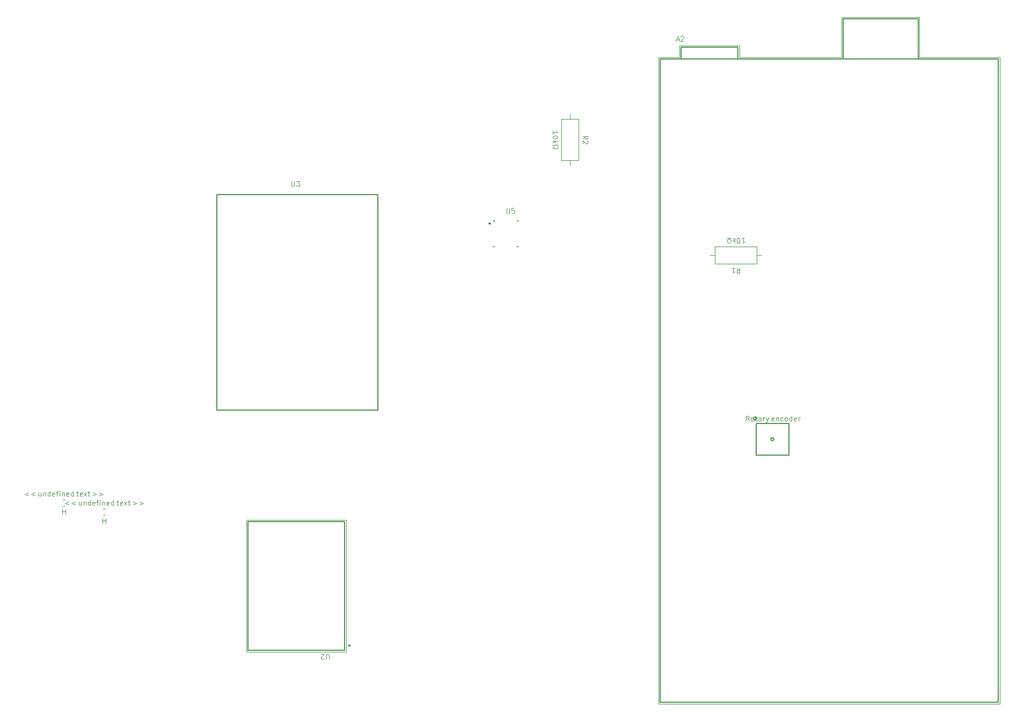
<source format=gbr>
%TF.GenerationSoftware,Flux,Pcbnew,7.0.11-7.0.11~ubuntu20.04.1*%
%TF.CreationDate,2024-05-09T22:56:52+00:00*%
%TF.ProjectId,input,696e7075-742e-46b6-9963-61645f706362,rev?*%
%TF.SameCoordinates,Original*%
%TF.FileFunction,Legend,Top*%
%TF.FilePolarity,Positive*%
%FSLAX46Y46*%
G04 Gerber Fmt 4.6, Leading zero omitted, Abs format (unit mm)*
G04 Filename: desalinator*
G04 Build it with Flux! Visit our site at: https://www.flux.ai (PCBNEW 7.0.11-7.0.11~ubuntu20.04.1) date 2024-05-09 22:56:52*
%MOMM*%
%LPD*%
G01*
G04 APERTURE LIST*
%ADD10C,0.095000*%
%ADD11C,0.152400*%
%ADD12C,0.120000*%
%ADD13C,0.200000*%
%ADD14C,0.127000*%
%ADD15C,0.050000*%
%ADD16C,0.300000*%
G04 APERTURE END LIST*
D10*
X6462649Y37685231D02*
X6462649Y38142374D01*
X6462649Y37913802D02*
X7262649Y37913802D01*
X7262649Y37913802D02*
X7148364Y37989993D01*
X7148364Y37989993D02*
X7072173Y38066183D01*
X7072173Y38066183D02*
X7034078Y38142374D01*
X7262649Y37189992D02*
X7262649Y37113802D01*
X7262649Y37113802D02*
X7224554Y37037611D01*
X7224554Y37037611D02*
X7186459Y36999516D01*
X7186459Y36999516D02*
X7110268Y36961421D01*
X7110268Y36961421D02*
X6957887Y36923326D01*
X6957887Y36923326D02*
X6767411Y36923326D01*
X6767411Y36923326D02*
X6615030Y36961421D01*
X6615030Y36961421D02*
X6538840Y36999516D01*
X6538840Y36999516D02*
X6500745Y37037611D01*
X6500745Y37037611D02*
X6462649Y37113802D01*
X6462649Y37113802D02*
X6462649Y37189992D01*
X6462649Y37189992D02*
X6500745Y37266183D01*
X6500745Y37266183D02*
X6538840Y37304278D01*
X6538840Y37304278D02*
X6615030Y37342373D01*
X6615030Y37342373D02*
X6767411Y37380469D01*
X6767411Y37380469D02*
X6957887Y37380469D01*
X6957887Y37380469D02*
X7110268Y37342373D01*
X7110268Y37342373D02*
X7186459Y37304278D01*
X7186459Y37304278D02*
X7224554Y37266183D01*
X7224554Y37266183D02*
X7262649Y37189992D01*
X6462649Y36580468D02*
X7262649Y36580468D01*
X6767411Y36504278D02*
X6462649Y36275706D01*
X6995983Y36275706D02*
X6691221Y36580468D01*
X6462649Y35970945D02*
X6462649Y35780468D01*
X6462649Y35780468D02*
X6615030Y35780468D01*
X6615030Y35780468D02*
X6653125Y35856659D01*
X6653125Y35856659D02*
X6729316Y35932849D01*
X6729316Y35932849D02*
X6843602Y35970945D01*
X6843602Y35970945D02*
X7034078Y35970945D01*
X7034078Y35970945D02*
X7148364Y35932849D01*
X7148364Y35932849D02*
X7224554Y35856659D01*
X7224554Y35856659D02*
X7262649Y35742373D01*
X7262649Y35742373D02*
X7262649Y35589992D01*
X7262649Y35589992D02*
X7224554Y35475706D01*
X7224554Y35475706D02*
X7148364Y35399516D01*
X7148364Y35399516D02*
X7034078Y35361421D01*
X7034078Y35361421D02*
X6843602Y35361421D01*
X6843602Y35361421D02*
X6729316Y35399516D01*
X6729316Y35399516D02*
X6653125Y35475706D01*
X6653125Y35475706D02*
X6615030Y35551897D01*
X6615030Y35551897D02*
X6462649Y35551897D01*
X6462649Y35551897D02*
X6462649Y35361421D01*
X11202649Y36885234D02*
X11583602Y37151901D01*
X11202649Y37342377D02*
X12002649Y37342377D01*
X12002649Y37342377D02*
X12002649Y37037615D01*
X12002649Y37037615D02*
X11964554Y36961425D01*
X11964554Y36961425D02*
X11926459Y36923330D01*
X11926459Y36923330D02*
X11850268Y36885234D01*
X11850268Y36885234D02*
X11735983Y36885234D01*
X11735983Y36885234D02*
X11659792Y36923330D01*
X11659792Y36923330D02*
X11621697Y36961425D01*
X11621697Y36961425D02*
X11583602Y37037615D01*
X11583602Y37037615D02*
X11583602Y37342377D01*
X11926459Y36580473D02*
X11964554Y36542377D01*
X11964554Y36542377D02*
X12002649Y36466187D01*
X12002649Y36466187D02*
X12002649Y36275711D01*
X12002649Y36275711D02*
X11964554Y36199520D01*
X11964554Y36199520D02*
X11926459Y36161425D01*
X11926459Y36161425D02*
X11850268Y36123330D01*
X11850268Y36123330D02*
X11774078Y36123330D01*
X11774078Y36123330D02*
X11659792Y36161425D01*
X11659792Y36161425D02*
X11202649Y36618568D01*
X11202649Y36618568D02*
X11202649Y36123330D01*
X-64536170Y-23824955D02*
X-64536170Y-23024955D01*
X-64536170Y-23405907D02*
X-64079027Y-23405907D01*
X-64079027Y-23824955D02*
X-64079027Y-23024955D01*
X-69869504Y-20431621D02*
X-70479027Y-20660193D01*
X-70479027Y-20660193D02*
X-69869504Y-20888764D01*
X-68879028Y-20431621D02*
X-69488551Y-20660193D01*
X-69488551Y-20660193D02*
X-68879028Y-20888764D01*
X-67926647Y-20431621D02*
X-67926647Y-20964955D01*
X-68269504Y-20431621D02*
X-68269504Y-20850669D01*
X-68269504Y-20850669D02*
X-68231409Y-20926860D01*
X-68231409Y-20926860D02*
X-68155219Y-20964955D01*
X-68155219Y-20964955D02*
X-68040933Y-20964955D01*
X-68040933Y-20964955D02*
X-67964742Y-20926860D01*
X-67964742Y-20926860D02*
X-67926647Y-20888764D01*
X-67545694Y-20431621D02*
X-67545694Y-20964955D01*
X-67545694Y-20507812D02*
X-67507599Y-20469717D01*
X-67507599Y-20469717D02*
X-67431409Y-20431621D01*
X-67431409Y-20431621D02*
X-67317123Y-20431621D01*
X-67317123Y-20431621D02*
X-67240932Y-20469717D01*
X-67240932Y-20469717D02*
X-67202837Y-20545907D01*
X-67202837Y-20545907D02*
X-67202837Y-20964955D01*
X-66479027Y-20964955D02*
X-66479027Y-20164955D01*
X-66479027Y-20926860D02*
X-66555218Y-20964955D01*
X-66555218Y-20964955D02*
X-66707599Y-20964955D01*
X-66707599Y-20964955D02*
X-66783789Y-20926860D01*
X-66783789Y-20926860D02*
X-66821884Y-20888764D01*
X-66821884Y-20888764D02*
X-66859980Y-20812574D01*
X-66859980Y-20812574D02*
X-66859980Y-20584002D01*
X-66859980Y-20584002D02*
X-66821884Y-20507812D01*
X-66821884Y-20507812D02*
X-66783789Y-20469717D01*
X-66783789Y-20469717D02*
X-66707599Y-20431621D01*
X-66707599Y-20431621D02*
X-66555218Y-20431621D01*
X-66555218Y-20431621D02*
X-66479027Y-20469717D01*
X-65793312Y-20926860D02*
X-65869503Y-20964955D01*
X-65869503Y-20964955D02*
X-66021884Y-20964955D01*
X-66021884Y-20964955D02*
X-66098074Y-20926860D01*
X-66098074Y-20926860D02*
X-66136170Y-20850669D01*
X-66136170Y-20850669D02*
X-66136170Y-20545907D01*
X-66136170Y-20545907D02*
X-66098074Y-20469717D01*
X-66098074Y-20469717D02*
X-66021884Y-20431621D01*
X-66021884Y-20431621D02*
X-65869503Y-20431621D01*
X-65869503Y-20431621D02*
X-65793312Y-20469717D01*
X-65793312Y-20469717D02*
X-65755217Y-20545907D01*
X-65755217Y-20545907D02*
X-65755217Y-20622098D01*
X-65755217Y-20622098D02*
X-66136170Y-20698288D01*
X-65526646Y-20431621D02*
X-65221884Y-20431621D01*
X-65412360Y-20964955D02*
X-65412360Y-20279240D01*
X-65412360Y-20279240D02*
X-65374265Y-20203050D01*
X-65374265Y-20203050D02*
X-65298075Y-20164955D01*
X-65298075Y-20164955D02*
X-65221884Y-20164955D01*
X-64955217Y-20964955D02*
X-64955217Y-20431621D01*
X-64955217Y-20164955D02*
X-64993313Y-20203050D01*
X-64993313Y-20203050D02*
X-64955217Y-20241145D01*
X-64955217Y-20241145D02*
X-64917122Y-20203050D01*
X-64917122Y-20203050D02*
X-64955217Y-20164955D01*
X-64955217Y-20164955D02*
X-64955217Y-20241145D01*
X-64574265Y-20431621D02*
X-64574265Y-20964955D01*
X-64574265Y-20507812D02*
X-64536170Y-20469717D01*
X-64536170Y-20469717D02*
X-64459980Y-20431621D01*
X-64459980Y-20431621D02*
X-64345694Y-20431621D01*
X-64345694Y-20431621D02*
X-64269503Y-20469717D01*
X-64269503Y-20469717D02*
X-64231408Y-20545907D01*
X-64231408Y-20545907D02*
X-64231408Y-20964955D01*
X-63545693Y-20926860D02*
X-63621884Y-20964955D01*
X-63621884Y-20964955D02*
X-63774265Y-20964955D01*
X-63774265Y-20964955D02*
X-63850455Y-20926860D01*
X-63850455Y-20926860D02*
X-63888551Y-20850669D01*
X-63888551Y-20850669D02*
X-63888551Y-20545907D01*
X-63888551Y-20545907D02*
X-63850455Y-20469717D01*
X-63850455Y-20469717D02*
X-63774265Y-20431621D01*
X-63774265Y-20431621D02*
X-63621884Y-20431621D01*
X-63621884Y-20431621D02*
X-63545693Y-20469717D01*
X-63545693Y-20469717D02*
X-63507598Y-20545907D01*
X-63507598Y-20545907D02*
X-63507598Y-20622098D01*
X-63507598Y-20622098D02*
X-63888551Y-20698288D01*
X-62821884Y-20964955D02*
X-62821884Y-20164955D01*
X-62821884Y-20926860D02*
X-62898075Y-20964955D01*
X-62898075Y-20964955D02*
X-63050456Y-20964955D01*
X-63050456Y-20964955D02*
X-63126646Y-20926860D01*
X-63126646Y-20926860D02*
X-63164741Y-20888764D01*
X-63164741Y-20888764D02*
X-63202837Y-20812574D01*
X-63202837Y-20812574D02*
X-63202837Y-20584002D01*
X-63202837Y-20584002D02*
X-63164741Y-20507812D01*
X-63164741Y-20507812D02*
X-63126646Y-20469717D01*
X-63126646Y-20469717D02*
X-63050456Y-20431621D01*
X-63050456Y-20431621D02*
X-62898075Y-20431621D01*
X-62898075Y-20431621D02*
X-62821884Y-20469717D01*
X-62326646Y-20431621D02*
X-62021884Y-20431621D01*
X-62212360Y-20164955D02*
X-62212360Y-20850669D01*
X-62212360Y-20850669D02*
X-62174265Y-20926860D01*
X-62174265Y-20926860D02*
X-62098075Y-20964955D01*
X-62098075Y-20964955D02*
X-62021884Y-20964955D01*
X-61450455Y-20926860D02*
X-61526646Y-20964955D01*
X-61526646Y-20964955D02*
X-61679027Y-20964955D01*
X-61679027Y-20964955D02*
X-61755217Y-20926860D01*
X-61755217Y-20926860D02*
X-61793313Y-20850669D01*
X-61793313Y-20850669D02*
X-61793313Y-20545907D01*
X-61793313Y-20545907D02*
X-61755217Y-20469717D01*
X-61755217Y-20469717D02*
X-61679027Y-20431621D01*
X-61679027Y-20431621D02*
X-61526646Y-20431621D01*
X-61526646Y-20431621D02*
X-61450455Y-20469717D01*
X-61450455Y-20469717D02*
X-61412360Y-20545907D01*
X-61412360Y-20545907D02*
X-61412360Y-20622098D01*
X-61412360Y-20622098D02*
X-61793313Y-20698288D01*
X-61145694Y-20964955D02*
X-60726646Y-20431621D01*
X-61145694Y-20431621D02*
X-60726646Y-20964955D01*
X-60536170Y-20431621D02*
X-60231408Y-20431621D01*
X-60421884Y-20164955D02*
X-60421884Y-20850669D01*
X-60421884Y-20850669D02*
X-60383789Y-20926860D01*
X-60383789Y-20926860D02*
X-60307599Y-20964955D01*
X-60307599Y-20964955D02*
X-60231408Y-20964955D01*
X-59736170Y-20431621D02*
X-59126647Y-20660193D01*
X-59126647Y-20660193D02*
X-59736170Y-20888764D01*
X-58745694Y-20431621D02*
X-58136171Y-20660193D01*
X-58136171Y-20660193D02*
X-58745694Y-20888764D01*
X-70886070Y-22374355D02*
X-70886070Y-21574355D01*
X-70886070Y-21955307D02*
X-70428927Y-21955307D01*
X-70428927Y-22374355D02*
X-70428927Y-21574355D01*
X-76219404Y-18981021D02*
X-76828927Y-19209593D01*
X-76828927Y-19209593D02*
X-76219404Y-19438164D01*
X-75228928Y-18981021D02*
X-75838451Y-19209593D01*
X-75838451Y-19209593D02*
X-75228928Y-19438164D01*
X-74276547Y-18981021D02*
X-74276547Y-19514355D01*
X-74619404Y-18981021D02*
X-74619404Y-19400069D01*
X-74619404Y-19400069D02*
X-74581309Y-19476260D01*
X-74581309Y-19476260D02*
X-74505119Y-19514355D01*
X-74505119Y-19514355D02*
X-74390833Y-19514355D01*
X-74390833Y-19514355D02*
X-74314642Y-19476260D01*
X-74314642Y-19476260D02*
X-74276547Y-19438164D01*
X-73895594Y-18981021D02*
X-73895594Y-19514355D01*
X-73895594Y-19057212D02*
X-73857499Y-19019117D01*
X-73857499Y-19019117D02*
X-73781309Y-18981021D01*
X-73781309Y-18981021D02*
X-73667023Y-18981021D01*
X-73667023Y-18981021D02*
X-73590832Y-19019117D01*
X-73590832Y-19019117D02*
X-73552737Y-19095307D01*
X-73552737Y-19095307D02*
X-73552737Y-19514355D01*
X-72828927Y-19514355D02*
X-72828927Y-18714355D01*
X-72828927Y-19476260D02*
X-72905118Y-19514355D01*
X-72905118Y-19514355D02*
X-73057499Y-19514355D01*
X-73057499Y-19514355D02*
X-73133689Y-19476260D01*
X-73133689Y-19476260D02*
X-73171784Y-19438164D01*
X-73171784Y-19438164D02*
X-73209880Y-19361974D01*
X-73209880Y-19361974D02*
X-73209880Y-19133402D01*
X-73209880Y-19133402D02*
X-73171784Y-19057212D01*
X-73171784Y-19057212D02*
X-73133689Y-19019117D01*
X-73133689Y-19019117D02*
X-73057499Y-18981021D01*
X-73057499Y-18981021D02*
X-72905118Y-18981021D01*
X-72905118Y-18981021D02*
X-72828927Y-19019117D01*
X-72143212Y-19476260D02*
X-72219403Y-19514355D01*
X-72219403Y-19514355D02*
X-72371784Y-19514355D01*
X-72371784Y-19514355D02*
X-72447974Y-19476260D01*
X-72447974Y-19476260D02*
X-72486070Y-19400069D01*
X-72486070Y-19400069D02*
X-72486070Y-19095307D01*
X-72486070Y-19095307D02*
X-72447974Y-19019117D01*
X-72447974Y-19019117D02*
X-72371784Y-18981021D01*
X-72371784Y-18981021D02*
X-72219403Y-18981021D01*
X-72219403Y-18981021D02*
X-72143212Y-19019117D01*
X-72143212Y-19019117D02*
X-72105117Y-19095307D01*
X-72105117Y-19095307D02*
X-72105117Y-19171498D01*
X-72105117Y-19171498D02*
X-72486070Y-19247688D01*
X-71876546Y-18981021D02*
X-71571784Y-18981021D01*
X-71762260Y-19514355D02*
X-71762260Y-18828640D01*
X-71762260Y-18828640D02*
X-71724165Y-18752450D01*
X-71724165Y-18752450D02*
X-71647975Y-18714355D01*
X-71647975Y-18714355D02*
X-71571784Y-18714355D01*
X-71305117Y-19514355D02*
X-71305117Y-18981021D01*
X-71305117Y-18714355D02*
X-71343213Y-18752450D01*
X-71343213Y-18752450D02*
X-71305117Y-18790545D01*
X-71305117Y-18790545D02*
X-71267022Y-18752450D01*
X-71267022Y-18752450D02*
X-71305117Y-18714355D01*
X-71305117Y-18714355D02*
X-71305117Y-18790545D01*
X-70924165Y-18981021D02*
X-70924165Y-19514355D01*
X-70924165Y-19057212D02*
X-70886070Y-19019117D01*
X-70886070Y-19019117D02*
X-70809880Y-18981021D01*
X-70809880Y-18981021D02*
X-70695594Y-18981021D01*
X-70695594Y-18981021D02*
X-70619403Y-19019117D01*
X-70619403Y-19019117D02*
X-70581308Y-19095307D01*
X-70581308Y-19095307D02*
X-70581308Y-19514355D01*
X-69895593Y-19476260D02*
X-69971784Y-19514355D01*
X-69971784Y-19514355D02*
X-70124165Y-19514355D01*
X-70124165Y-19514355D02*
X-70200355Y-19476260D01*
X-70200355Y-19476260D02*
X-70238451Y-19400069D01*
X-70238451Y-19400069D02*
X-70238451Y-19095307D01*
X-70238451Y-19095307D02*
X-70200355Y-19019117D01*
X-70200355Y-19019117D02*
X-70124165Y-18981021D01*
X-70124165Y-18981021D02*
X-69971784Y-18981021D01*
X-69971784Y-18981021D02*
X-69895593Y-19019117D01*
X-69895593Y-19019117D02*
X-69857498Y-19095307D01*
X-69857498Y-19095307D02*
X-69857498Y-19171498D01*
X-69857498Y-19171498D02*
X-70238451Y-19247688D01*
X-69171784Y-19514355D02*
X-69171784Y-18714355D01*
X-69171784Y-19476260D02*
X-69247975Y-19514355D01*
X-69247975Y-19514355D02*
X-69400356Y-19514355D01*
X-69400356Y-19514355D02*
X-69476546Y-19476260D01*
X-69476546Y-19476260D02*
X-69514641Y-19438164D01*
X-69514641Y-19438164D02*
X-69552737Y-19361974D01*
X-69552737Y-19361974D02*
X-69552737Y-19133402D01*
X-69552737Y-19133402D02*
X-69514641Y-19057212D01*
X-69514641Y-19057212D02*
X-69476546Y-19019117D01*
X-69476546Y-19019117D02*
X-69400356Y-18981021D01*
X-69400356Y-18981021D02*
X-69247975Y-18981021D01*
X-69247975Y-18981021D02*
X-69171784Y-19019117D01*
X-68676546Y-18981021D02*
X-68371784Y-18981021D01*
X-68562260Y-18714355D02*
X-68562260Y-19400069D01*
X-68562260Y-19400069D02*
X-68524165Y-19476260D01*
X-68524165Y-19476260D02*
X-68447975Y-19514355D01*
X-68447975Y-19514355D02*
X-68371784Y-19514355D01*
X-67800355Y-19476260D02*
X-67876546Y-19514355D01*
X-67876546Y-19514355D02*
X-68028927Y-19514355D01*
X-68028927Y-19514355D02*
X-68105117Y-19476260D01*
X-68105117Y-19476260D02*
X-68143213Y-19400069D01*
X-68143213Y-19400069D02*
X-68143213Y-19095307D01*
X-68143213Y-19095307D02*
X-68105117Y-19019117D01*
X-68105117Y-19019117D02*
X-68028927Y-18981021D01*
X-68028927Y-18981021D02*
X-67876546Y-18981021D01*
X-67876546Y-18981021D02*
X-67800355Y-19019117D01*
X-67800355Y-19019117D02*
X-67762260Y-19095307D01*
X-67762260Y-19095307D02*
X-67762260Y-19171498D01*
X-67762260Y-19171498D02*
X-68143213Y-19247688D01*
X-67495594Y-19514355D02*
X-67076546Y-18981021D01*
X-67495594Y-18981021D02*
X-67076546Y-19514355D01*
X-66886070Y-18981021D02*
X-66581308Y-18981021D01*
X-66771784Y-18714355D02*
X-66771784Y-19400069D01*
X-66771784Y-19400069D02*
X-66733689Y-19476260D01*
X-66733689Y-19476260D02*
X-66657499Y-19514355D01*
X-66657499Y-19514355D02*
X-66581308Y-19514355D01*
X-66086070Y-18981021D02*
X-65476547Y-19209593D01*
X-65476547Y-19209593D02*
X-66086070Y-19438164D01*
X-65095594Y-18981021D02*
X-64486071Y-19209593D01*
X-64486071Y-19209593D02*
X-65095594Y-19438164D01*
X-34756723Y30216244D02*
X-34756723Y29568625D01*
X-34756723Y29568625D02*
X-34718628Y29492435D01*
X-34718628Y29492435D02*
X-34680533Y29454340D01*
X-34680533Y29454340D02*
X-34604342Y29416244D01*
X-34604342Y29416244D02*
X-34451961Y29416244D01*
X-34451961Y29416244D02*
X-34375771Y29454340D01*
X-34375771Y29454340D02*
X-34337676Y29492435D01*
X-34337676Y29492435D02*
X-34299580Y29568625D01*
X-34299580Y29568625D02*
X-34299580Y30216244D01*
X-33994819Y30216244D02*
X-33499581Y30216244D01*
X-33499581Y30216244D02*
X-33766247Y29911482D01*
X-33766247Y29911482D02*
X-33651962Y29911482D01*
X-33651962Y29911482D02*
X-33575771Y29873387D01*
X-33575771Y29873387D02*
X-33537676Y29835292D01*
X-33537676Y29835292D02*
X-33499581Y29759101D01*
X-33499581Y29759101D02*
X-33499581Y29568625D01*
X-33499581Y29568625D02*
X-33537676Y29492435D01*
X-33537676Y29492435D02*
X-33575771Y29454340D01*
X-33575771Y29454340D02*
X-33651962Y29416244D01*
X-33651962Y29416244D02*
X-33880533Y29416244D01*
X-33880533Y29416244D02*
X-33956724Y29454340D01*
X-33956724Y29454340D02*
X-33994819Y29492435D01*
X37445066Y-7638355D02*
X37178399Y-7257402D01*
X36987923Y-7638355D02*
X36987923Y-6838355D01*
X36987923Y-6838355D02*
X37292685Y-6838355D01*
X37292685Y-6838355D02*
X37368875Y-6876450D01*
X37368875Y-6876450D02*
X37406970Y-6914545D01*
X37406970Y-6914545D02*
X37445066Y-6990736D01*
X37445066Y-6990736D02*
X37445066Y-7105021D01*
X37445066Y-7105021D02*
X37406970Y-7181212D01*
X37406970Y-7181212D02*
X37368875Y-7219307D01*
X37368875Y-7219307D02*
X37292685Y-7257402D01*
X37292685Y-7257402D02*
X36987923Y-7257402D01*
X37902208Y-7638355D02*
X37826018Y-7600260D01*
X37826018Y-7600260D02*
X37787923Y-7562164D01*
X37787923Y-7562164D02*
X37749827Y-7485974D01*
X37749827Y-7485974D02*
X37749827Y-7257402D01*
X37749827Y-7257402D02*
X37787923Y-7181212D01*
X37787923Y-7181212D02*
X37826018Y-7143117D01*
X37826018Y-7143117D02*
X37902208Y-7105021D01*
X37902208Y-7105021D02*
X38016494Y-7105021D01*
X38016494Y-7105021D02*
X38092685Y-7143117D01*
X38092685Y-7143117D02*
X38130780Y-7181212D01*
X38130780Y-7181212D02*
X38168875Y-7257402D01*
X38168875Y-7257402D02*
X38168875Y-7485974D01*
X38168875Y-7485974D02*
X38130780Y-7562164D01*
X38130780Y-7562164D02*
X38092685Y-7600260D01*
X38092685Y-7600260D02*
X38016494Y-7638355D01*
X38016494Y-7638355D02*
X37902208Y-7638355D01*
X38397447Y-7105021D02*
X38702209Y-7105021D01*
X38511733Y-6838355D02*
X38511733Y-7524069D01*
X38511733Y-7524069D02*
X38549828Y-7600260D01*
X38549828Y-7600260D02*
X38626018Y-7638355D01*
X38626018Y-7638355D02*
X38702209Y-7638355D01*
X39311733Y-7638355D02*
X39311733Y-7219307D01*
X39311733Y-7219307D02*
X39273638Y-7143117D01*
X39273638Y-7143117D02*
X39197447Y-7105021D01*
X39197447Y-7105021D02*
X39045066Y-7105021D01*
X39045066Y-7105021D02*
X38968876Y-7143117D01*
X39311733Y-7600260D02*
X39235542Y-7638355D01*
X39235542Y-7638355D02*
X39045066Y-7638355D01*
X39045066Y-7638355D02*
X38968876Y-7600260D01*
X38968876Y-7600260D02*
X38930780Y-7524069D01*
X38930780Y-7524069D02*
X38930780Y-7447879D01*
X38930780Y-7447879D02*
X38968876Y-7371688D01*
X38968876Y-7371688D02*
X39045066Y-7333593D01*
X39045066Y-7333593D02*
X39235542Y-7333593D01*
X39235542Y-7333593D02*
X39311733Y-7295498D01*
X39692686Y-7638355D02*
X39692686Y-7105021D01*
X39692686Y-7257402D02*
X39730781Y-7181212D01*
X39730781Y-7181212D02*
X39768876Y-7143117D01*
X39768876Y-7143117D02*
X39845067Y-7105021D01*
X39845067Y-7105021D02*
X39921257Y-7105021D01*
X40111733Y-7105021D02*
X40302209Y-7638355D01*
X40492686Y-7105021D02*
X40302209Y-7638355D01*
X40302209Y-7638355D02*
X40226019Y-7828831D01*
X40226019Y-7828831D02*
X40187924Y-7866926D01*
X40187924Y-7866926D02*
X40111733Y-7905021D01*
X41330781Y-7600260D02*
X41254590Y-7638355D01*
X41254590Y-7638355D02*
X41102209Y-7638355D01*
X41102209Y-7638355D02*
X41026019Y-7600260D01*
X41026019Y-7600260D02*
X40987923Y-7524069D01*
X40987923Y-7524069D02*
X40987923Y-7219307D01*
X40987923Y-7219307D02*
X41026019Y-7143117D01*
X41026019Y-7143117D02*
X41102209Y-7105021D01*
X41102209Y-7105021D02*
X41254590Y-7105021D01*
X41254590Y-7105021D02*
X41330781Y-7143117D01*
X41330781Y-7143117D02*
X41368876Y-7219307D01*
X41368876Y-7219307D02*
X41368876Y-7295498D01*
X41368876Y-7295498D02*
X40987923Y-7371688D01*
X41711733Y-7105021D02*
X41711733Y-7638355D01*
X41711733Y-7181212D02*
X41749828Y-7143117D01*
X41749828Y-7143117D02*
X41826018Y-7105021D01*
X41826018Y-7105021D02*
X41940304Y-7105021D01*
X41940304Y-7105021D02*
X42016495Y-7143117D01*
X42016495Y-7143117D02*
X42054590Y-7219307D01*
X42054590Y-7219307D02*
X42054590Y-7638355D01*
X42778400Y-7600260D02*
X42702209Y-7638355D01*
X42702209Y-7638355D02*
X42549828Y-7638355D01*
X42549828Y-7638355D02*
X42473638Y-7600260D01*
X42473638Y-7600260D02*
X42435543Y-7562164D01*
X42435543Y-7562164D02*
X42397447Y-7485974D01*
X42397447Y-7485974D02*
X42397447Y-7257402D01*
X42397447Y-7257402D02*
X42435543Y-7181212D01*
X42435543Y-7181212D02*
X42473638Y-7143117D01*
X42473638Y-7143117D02*
X42549828Y-7105021D01*
X42549828Y-7105021D02*
X42702209Y-7105021D01*
X42702209Y-7105021D02*
X42778400Y-7143117D01*
X43235542Y-7638355D02*
X43159352Y-7600260D01*
X43159352Y-7600260D02*
X43121257Y-7562164D01*
X43121257Y-7562164D02*
X43083161Y-7485974D01*
X43083161Y-7485974D02*
X43083161Y-7257402D01*
X43083161Y-7257402D02*
X43121257Y-7181212D01*
X43121257Y-7181212D02*
X43159352Y-7143117D01*
X43159352Y-7143117D02*
X43235542Y-7105021D01*
X43235542Y-7105021D02*
X43349828Y-7105021D01*
X43349828Y-7105021D02*
X43426019Y-7143117D01*
X43426019Y-7143117D02*
X43464114Y-7181212D01*
X43464114Y-7181212D02*
X43502209Y-7257402D01*
X43502209Y-7257402D02*
X43502209Y-7485974D01*
X43502209Y-7485974D02*
X43464114Y-7562164D01*
X43464114Y-7562164D02*
X43426019Y-7600260D01*
X43426019Y-7600260D02*
X43349828Y-7638355D01*
X43349828Y-7638355D02*
X43235542Y-7638355D01*
X44187924Y-7638355D02*
X44187924Y-6838355D01*
X44187924Y-7600260D02*
X44111733Y-7638355D01*
X44111733Y-7638355D02*
X43959352Y-7638355D01*
X43959352Y-7638355D02*
X43883162Y-7600260D01*
X43883162Y-7600260D02*
X43845067Y-7562164D01*
X43845067Y-7562164D02*
X43806971Y-7485974D01*
X43806971Y-7485974D02*
X43806971Y-7257402D01*
X43806971Y-7257402D02*
X43845067Y-7181212D01*
X43845067Y-7181212D02*
X43883162Y-7143117D01*
X43883162Y-7143117D02*
X43959352Y-7105021D01*
X43959352Y-7105021D02*
X44111733Y-7105021D01*
X44111733Y-7105021D02*
X44187924Y-7143117D01*
X44873639Y-7600260D02*
X44797448Y-7638355D01*
X44797448Y-7638355D02*
X44645067Y-7638355D01*
X44645067Y-7638355D02*
X44568877Y-7600260D01*
X44568877Y-7600260D02*
X44530781Y-7524069D01*
X44530781Y-7524069D02*
X44530781Y-7219307D01*
X44530781Y-7219307D02*
X44568877Y-7143117D01*
X44568877Y-7143117D02*
X44645067Y-7105021D01*
X44645067Y-7105021D02*
X44797448Y-7105021D01*
X44797448Y-7105021D02*
X44873639Y-7143117D01*
X44873639Y-7143117D02*
X44911734Y-7219307D01*
X44911734Y-7219307D02*
X44911734Y-7295498D01*
X44911734Y-7295498D02*
X44530781Y-7371688D01*
X45254591Y-7638355D02*
X45254591Y-7105021D01*
X45254591Y-7257402D02*
X45292686Y-7181212D01*
X45292686Y-7181212D02*
X45330781Y-7143117D01*
X45330781Y-7143117D02*
X45406972Y-7105021D01*
X45406972Y-7105021D02*
X45483162Y-7105021D01*
X-28820506Y-45256456D02*
X-28820506Y-44608837D01*
X-28820506Y-44608837D02*
X-28858601Y-44532647D01*
X-28858601Y-44532647D02*
X-28896696Y-44494552D01*
X-28896696Y-44494552D02*
X-28972887Y-44456456D01*
X-28972887Y-44456456D02*
X-29125268Y-44456456D01*
X-29125268Y-44456456D02*
X-29201458Y-44494552D01*
X-29201458Y-44494552D02*
X-29239553Y-44532647D01*
X-29239553Y-44532647D02*
X-29277649Y-44608837D01*
X-29277649Y-44608837D02*
X-29277649Y-45256456D01*
X-29620505Y-45180266D02*
X-29658601Y-45218361D01*
X-29658601Y-45218361D02*
X-29734791Y-45256456D01*
X-29734791Y-45256456D02*
X-29925267Y-45256456D01*
X-29925267Y-45256456D02*
X-30001458Y-45218361D01*
X-30001458Y-45218361D02*
X-30039553Y-45180266D01*
X-30039553Y-45180266D02*
X-30077648Y-45104075D01*
X-30077648Y-45104075D02*
X-30077648Y-45027885D01*
X-30077648Y-45027885D02*
X-30039553Y-44913599D01*
X-30039553Y-44913599D02*
X-29582410Y-44456456D01*
X-29582410Y-44456456D02*
X-30077648Y-44456456D01*
X-834423Y25955944D02*
X-834423Y25308325D01*
X-834423Y25308325D02*
X-796328Y25232135D01*
X-796328Y25232135D02*
X-758233Y25194040D01*
X-758233Y25194040D02*
X-682042Y25155944D01*
X-682042Y25155944D02*
X-529661Y25155944D01*
X-529661Y25155944D02*
X-453471Y25194040D01*
X-453471Y25194040D02*
X-415376Y25232135D01*
X-415376Y25232135D02*
X-377280Y25308325D01*
X-377280Y25308325D02*
X-377280Y25955944D01*
X384623Y25955944D02*
X3671Y25955944D01*
X3671Y25955944D02*
X-34424Y25574992D01*
X-34424Y25574992D02*
X3671Y25613087D01*
X3671Y25613087D02*
X79861Y25651182D01*
X79861Y25651182D02*
X270337Y25651182D01*
X270337Y25651182D02*
X346528Y25613087D01*
X346528Y25613087D02*
X384623Y25574992D01*
X384623Y25574992D02*
X422718Y25498801D01*
X422718Y25498801D02*
X422718Y25308325D01*
X422718Y25308325D02*
X384623Y25232135D01*
X384623Y25232135D02*
X346528Y25194040D01*
X346528Y25194040D02*
X270337Y25155944D01*
X270337Y25155944D02*
X79861Y25155944D01*
X79861Y25155944D02*
X3671Y25194040D01*
X3671Y25194040D02*
X-34424Y25232135D01*
X36283239Y21238368D02*
X36740382Y21238368D01*
X36511810Y21238368D02*
X36511810Y20438368D01*
X36511810Y20438368D02*
X36588001Y20552653D01*
X36588001Y20552653D02*
X36664191Y20628844D01*
X36664191Y20628844D02*
X36740382Y20666939D01*
X35788000Y20438368D02*
X35711810Y20438368D01*
X35711810Y20438368D02*
X35635619Y20476463D01*
X35635619Y20476463D02*
X35597524Y20514558D01*
X35597524Y20514558D02*
X35559429Y20590749D01*
X35559429Y20590749D02*
X35521334Y20743130D01*
X35521334Y20743130D02*
X35521334Y20933606D01*
X35521334Y20933606D02*
X35559429Y21085987D01*
X35559429Y21085987D02*
X35597524Y21162177D01*
X35597524Y21162177D02*
X35635619Y21200273D01*
X35635619Y21200273D02*
X35711810Y21238368D01*
X35711810Y21238368D02*
X35788000Y21238368D01*
X35788000Y21238368D02*
X35864191Y21200273D01*
X35864191Y21200273D02*
X35902286Y21162177D01*
X35902286Y21162177D02*
X35940381Y21085987D01*
X35940381Y21085987D02*
X35978477Y20933606D01*
X35978477Y20933606D02*
X35978477Y20743130D01*
X35978477Y20743130D02*
X35940381Y20590749D01*
X35940381Y20590749D02*
X35902286Y20514558D01*
X35902286Y20514558D02*
X35864191Y20476463D01*
X35864191Y20476463D02*
X35788000Y20438368D01*
X35178476Y21238368D02*
X35178476Y20438368D01*
X35102286Y20933606D02*
X34873714Y21238368D01*
X34873714Y20705034D02*
X35178476Y21009796D01*
X34568953Y21238368D02*
X34378476Y21238368D01*
X34378476Y21238368D02*
X34378476Y21085987D01*
X34378476Y21085987D02*
X34454667Y21047892D01*
X34454667Y21047892D02*
X34530857Y20971701D01*
X34530857Y20971701D02*
X34568953Y20857415D01*
X34568953Y20857415D02*
X34568953Y20666939D01*
X34568953Y20666939D02*
X34530857Y20552653D01*
X34530857Y20552653D02*
X34454667Y20476463D01*
X34454667Y20476463D02*
X34340381Y20438368D01*
X34340381Y20438368D02*
X34188000Y20438368D01*
X34188000Y20438368D02*
X34073714Y20476463D01*
X34073714Y20476463D02*
X33997524Y20552653D01*
X33997524Y20552653D02*
X33959429Y20666939D01*
X33959429Y20666939D02*
X33959429Y20857415D01*
X33959429Y20857415D02*
X33997524Y20971701D01*
X33997524Y20971701D02*
X34073714Y21047892D01*
X34073714Y21047892D02*
X34149905Y21085987D01*
X34149905Y21085987D02*
X34149905Y21238368D01*
X34149905Y21238368D02*
X33959429Y21238368D01*
X35483226Y16498368D02*
X35749893Y16117415D01*
X35940369Y16498368D02*
X35940369Y15698368D01*
X35940369Y15698368D02*
X35635607Y15698368D01*
X35635607Y15698368D02*
X35559417Y15736463D01*
X35559417Y15736463D02*
X35521322Y15774558D01*
X35521322Y15774558D02*
X35483226Y15850749D01*
X35483226Y15850749D02*
X35483226Y15965034D01*
X35483226Y15965034D02*
X35521322Y16041225D01*
X35521322Y16041225D02*
X35559417Y16079320D01*
X35559417Y16079320D02*
X35635607Y16117415D01*
X35635607Y16117415D02*
X35940369Y16117415D01*
X34721322Y16498368D02*
X35178465Y16498368D01*
X34949893Y16498368D02*
X34949893Y15698368D01*
X34949893Y15698368D02*
X35026084Y15812653D01*
X35026084Y15812653D02*
X35102274Y15888844D01*
X35102274Y15888844D02*
X35178465Y15926939D01*
X25984371Y52541716D02*
X26365324Y52541716D01*
X25908181Y52313144D02*
X26174848Y53113144D01*
X26174848Y53113144D02*
X26441514Y52313144D01*
X26670085Y53036954D02*
X26708181Y53075049D01*
X26708181Y53075049D02*
X26784371Y53113144D01*
X26784371Y53113144D02*
X26974847Y53113144D01*
X26974847Y53113144D02*
X27051038Y53075049D01*
X27051038Y53075049D02*
X27089133Y53036954D01*
X27089133Y53036954D02*
X27127228Y52960763D01*
X27127228Y52960763D02*
X27127228Y52884573D01*
X27127228Y52884573D02*
X27089133Y52770287D01*
X27089133Y52770287D02*
X26631990Y52313144D01*
X26631990Y52313144D02*
X27127228Y52313144D01*
D11*
%TO.C,*%
X38628400Y-7273200D02*
G75*
G03*
X38128400Y-7273200I-250000J0D01*
G01*
X38128400Y-7273200D02*
G75*
G03*
X38628400Y-7273200I250000J0D01*
G01*
X41378400Y-10548200D02*
G75*
G03*
X40878400Y-10548200I-250000J0D01*
G01*
X40878400Y-10548200D02*
G75*
G03*
X41378400Y-10548200I250000J0D01*
G01*
D12*
X10567802Y40021901D02*
X7827802Y40021899D01*
X7827802Y40021899D02*
X7827809Y33481899D01*
X7827809Y33481899D02*
X10567809Y33481901D01*
X10567809Y33481901D02*
X10567802Y40021901D01*
X9197801Y40791900D02*
X9197802Y40021900D01*
X9197809Y32711900D02*
X9197809Y33481900D01*
X-64470400Y-21519800D02*
X-64144800Y-21519800D01*
X-64470400Y-22539800D02*
X-64144800Y-22539800D01*
X-70820300Y-20069200D02*
X-70494700Y-20069200D01*
X-70820300Y-21089200D02*
X-70494700Y-21089200D01*
D11*
X-46523200Y28060000D02*
X-46523200Y-5940000D01*
X-46523200Y-5940000D02*
X-21123200Y-5940000D01*
X-21123200Y28060000D02*
X-21123200Y-5940000D01*
X-46523200Y28060000D02*
X-21123200Y28060000D01*
X38593400Y-13043200D02*
X43753400Y-13043200D01*
X43753400Y-8055200D02*
X43753400Y-13043200D01*
X38593400Y-8055200D02*
X38593400Y-13043200D01*
X38593400Y-8055200D02*
X43753400Y-8055200D01*
D13*
X-25705025Y-43136622D02*
X-25701618Y-43110740D01*
X-25701618Y-43110740D02*
X-25691627Y-43086622D01*
X-25691627Y-43086622D02*
X-25675736Y-43065911D01*
X-25675736Y-43065911D02*
X-25655025Y-43050020D01*
X-25655025Y-43050020D02*
X-25630907Y-43040030D01*
X-25630907Y-43040030D02*
X-25605025Y-43036622D01*
X-25605025Y-43036622D02*
X-25579143Y-43040030D01*
X-25579143Y-43040030D02*
X-25555025Y-43050020D01*
X-25555025Y-43050020D02*
X-25534314Y-43065912D01*
X-25534314Y-43065912D02*
X-25518422Y-43086623D01*
X-25518422Y-43086623D02*
X-25508432Y-43110741D01*
X-25508432Y-43110741D02*
X-25505025Y-43136623D01*
X-25505025Y-43136623D02*
X-25508433Y-43162504D01*
X-25508433Y-43162504D02*
X-25518423Y-43186623D01*
X-25518423Y-43186623D02*
X-25534315Y-43207333D01*
X-25534315Y-43207333D02*
X-25555025Y-43223225D01*
X-25555025Y-43223225D02*
X-25579143Y-43233215D01*
X-25579143Y-43233215D02*
X-25605025Y-43236622D01*
X-25605025Y-43236622D02*
X-25630907Y-43233215D01*
X-25630907Y-43233215D02*
X-25655025Y-43223225D01*
X-25655025Y-43223225D02*
X-25675736Y-43207333D01*
X-25675736Y-43207333D02*
X-25691628Y-43186622D01*
X-25691628Y-43186622D02*
X-25701618Y-43162504D01*
X-25701618Y-43162504D02*
X-25705025Y-43136622D01*
D14*
X-26385027Y-43846620D02*
X-41625027Y-43846580D01*
X-41625027Y-43846580D02*
X-41624973Y-23526580D01*
X-41624973Y-23526580D02*
X-26384973Y-23526620D01*
X-26384973Y-23526620D02*
X-26385027Y-43846620D01*
D15*
X-26135028Y-44096621D02*
X-26134972Y-23276621D01*
X-26134972Y-23276621D02*
X-41874972Y-23276579D01*
X-41874972Y-23276579D02*
X-41875028Y-44096579D01*
X-41875028Y-44096579D02*
X-26135028Y-44096621D01*
D16*
X-3399900Y23486100D02*
X-3549900Y23486100D01*
D14*
X-2669900Y23906100D02*
X-2899900Y23906100D01*
X870100Y23906100D02*
X1100100Y23906100D01*
X-2719900Y19866100D02*
X-2899900Y19866100D01*
X920100Y19866100D02*
X1100100Y19866100D01*
D12*
X38619896Y17133205D02*
X38619904Y19873205D01*
X38619904Y19873205D02*
X32079904Y19873222D01*
X32079904Y19873222D02*
X32079896Y17133222D01*
X32079896Y17133222D02*
X38619896Y17133205D01*
X39389900Y18503203D02*
X38619900Y18503205D01*
X31309900Y18503224D02*
X32079900Y18503222D01*
D14*
X23410800Y49533300D02*
X26710800Y49533300D01*
X26710800Y49533300D02*
X35702800Y49533300D01*
X35702800Y49533300D02*
X52300800Y49533300D01*
X52300800Y49533300D02*
X64100800Y49533300D01*
X64100800Y49533300D02*
X76750800Y49533300D01*
X76750800Y49533300D02*
X76750800Y-52066700D01*
X76750800Y-52066700D02*
X23410800Y-52066700D01*
X23410800Y-52066700D02*
X23410800Y49533300D01*
X64100800Y49533300D02*
X64100800Y55883300D01*
X64100800Y55883300D02*
X52300800Y55883300D01*
X52300800Y55883300D02*
X52300800Y49533300D01*
X26710800Y49533300D02*
X26710800Y51343300D01*
X26710800Y51343300D02*
X35702800Y51343300D01*
X35702800Y51343300D02*
X35702800Y49533300D01*
X23410800Y49533300D02*
X26710800Y49533300D01*
X26710800Y49533300D02*
X35702800Y49533300D01*
X35702800Y49533300D02*
X52300800Y49533300D01*
X52300800Y49533300D02*
X64100800Y49533300D01*
X64100800Y49533300D02*
X76750800Y49533300D01*
X76750800Y49533300D02*
X76750800Y-52066700D01*
X76750800Y-52066700D02*
X23410800Y-52066700D01*
X23410800Y-52066700D02*
X23410800Y49533300D01*
X64100800Y49533300D02*
X64100800Y55883300D01*
X64100800Y55883300D02*
X52300800Y55883300D01*
X52300800Y55883300D02*
X52300800Y49533300D01*
X26710800Y49533300D02*
X26710800Y51343300D01*
X26710800Y51343300D02*
X35702800Y51343300D01*
X35702800Y51343300D02*
X35702800Y49533300D01*
D15*
X23160800Y49783300D02*
X26460800Y49783300D01*
X26460800Y49783300D02*
X26460800Y51593300D01*
X26460800Y51593300D02*
X35952800Y51593300D01*
X35952800Y51593300D02*
X35952800Y49783300D01*
X35952800Y49783300D02*
X52050800Y49783300D01*
X52050800Y49783300D02*
X52050800Y56133300D01*
X52050800Y56133300D02*
X64350800Y56133300D01*
X64350800Y56133300D02*
X64350800Y49783300D01*
X64350800Y49783300D02*
X77000800Y49783300D01*
X77000800Y49783300D02*
X77000800Y-52316700D01*
X77000800Y-52316700D02*
X23160800Y-52316700D01*
X23160800Y-52316700D02*
X23160800Y49783300D01*
%TD*%
M02*

</source>
